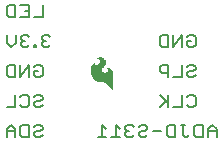
<source format=gbr>
G04 EAGLE Gerber RS-274X export*
G75*
%MOMM*%
%FSLAX34Y34*%
%LPD*%
%INSilkscreen Bottom*%
%IPPOS*%
%AMOC8*
5,1,8,0,0,1.08239X$1,22.5*%
G01*
%ADD10C,0.203200*%

G36*
X118154Y46908D02*
X118154Y46908D01*
X118196Y46923D01*
X118198Y46928D01*
X118202Y46930D01*
X118231Y47003D01*
X118235Y47014D01*
X118235Y47015D01*
X118235Y62179D01*
X118233Y62184D01*
X118235Y62190D01*
X118165Y63021D01*
X118159Y63032D01*
X118160Y63047D01*
X117920Y63846D01*
X117912Y63856D01*
X117910Y63870D01*
X117509Y64602D01*
X117499Y64610D01*
X117494Y64623D01*
X117024Y65173D01*
X117013Y65178D01*
X117006Y65190D01*
X116436Y65635D01*
X116424Y65638D01*
X116414Y65648D01*
X115766Y65969D01*
X115754Y65970D01*
X115742Y65978D01*
X115043Y66162D01*
X115032Y66161D01*
X115021Y66166D01*
X114081Y66239D01*
X114072Y66236D01*
X114061Y66239D01*
X113121Y66166D01*
X113117Y66164D01*
X113111Y66165D01*
X112628Y66089D01*
X112589Y66064D01*
X112549Y66043D01*
X112548Y66039D01*
X112545Y66037D01*
X112535Y65992D01*
X112523Y65948D01*
X112525Y65944D01*
X112524Y65940D01*
X112549Y65902D01*
X112573Y65863D01*
X112577Y65862D01*
X112579Y65859D01*
X112620Y65850D01*
X112660Y65838D01*
X112818Y65854D01*
X112956Y65826D01*
X113089Y65755D01*
X113913Y65156D01*
X114031Y65042D01*
X114103Y64904D01*
X114196Y64489D01*
X114196Y64061D01*
X114103Y63645D01*
X113897Y63241D01*
X113584Y62913D01*
X112978Y62548D01*
X112300Y62341D01*
X111589Y62306D01*
X110979Y62403D01*
X110393Y62601D01*
X109850Y62894D01*
X109425Y63259D01*
X109110Y63719D01*
X108924Y64244D01*
X108881Y64800D01*
X108983Y65348D01*
X109223Y65851D01*
X109593Y66286D01*
X109791Y66496D01*
X110386Y67127D01*
X110981Y67758D01*
X111046Y67827D01*
X111049Y67837D01*
X111058Y67843D01*
X112245Y69601D01*
X112247Y69614D01*
X112257Y69624D01*
X112537Y70312D01*
X112536Y70327D01*
X112545Y70342D01*
X112644Y71077D01*
X112640Y71092D01*
X112645Y71109D01*
X112558Y71846D01*
X112550Y71859D01*
X112550Y71877D01*
X112283Y72569D01*
X112272Y72580D01*
X112268Y72597D01*
X111837Y73200D01*
X111827Y73207D01*
X111821Y73219D01*
X111125Y73877D01*
X111117Y73880D01*
X111112Y73888D01*
X110335Y74448D01*
X110325Y74451D01*
X110317Y74459D01*
X109537Y74847D01*
X109525Y74848D01*
X109514Y74856D01*
X108674Y75087D01*
X108662Y75086D01*
X108650Y75092D01*
X107782Y75158D01*
X107772Y75154D01*
X107760Y75158D01*
X106860Y75072D01*
X106851Y75068D01*
X106841Y75069D01*
X105963Y74849D01*
X105955Y74843D01*
X105943Y74842D01*
X105715Y74741D01*
X105359Y74589D01*
X105358Y74589D01*
X104854Y74368D01*
X104844Y74357D01*
X104827Y74352D01*
X104392Y74014D01*
X104389Y74007D01*
X104381Y74003D01*
X104356Y73978D01*
X104353Y73977D01*
X104318Y73885D01*
X104359Y73796D01*
X104444Y73763D01*
X105047Y73763D01*
X105558Y73706D01*
X106048Y73567D01*
X106529Y73312D01*
X106924Y72942D01*
X107210Y72482D01*
X107367Y71963D01*
X107379Y71660D01*
X107320Y71360D01*
X107114Y70866D01*
X106831Y70408D01*
X106480Y69998D01*
X106068Y69644D01*
X105166Y68993D01*
X104678Y68744D01*
X104149Y68646D01*
X103610Y68704D01*
X103436Y68769D01*
X103075Y69017D01*
X102801Y69357D01*
X102757Y69460D01*
X102741Y69580D01*
X102741Y70460D01*
X102724Y70501D01*
X102710Y70543D01*
X102705Y70546D01*
X102703Y70551D01*
X102662Y70567D01*
X102622Y70586D01*
X102616Y70584D01*
X102611Y70586D01*
X102584Y70574D01*
X102535Y70558D01*
X101409Y69637D01*
X101403Y69625D01*
X101391Y69618D01*
X100484Y68481D01*
X100481Y68470D01*
X100472Y68462D01*
X99970Y67528D01*
X99969Y67518D01*
X99963Y67510D01*
X99605Y66513D01*
X99605Y66503D01*
X99600Y66494D01*
X99393Y65455D01*
X99395Y65445D01*
X99394Y65443D01*
X99395Y65443D01*
X99391Y65434D01*
X99331Y63506D01*
X99335Y63495D01*
X99332Y63483D01*
X99620Y61576D01*
X99626Y61566D01*
X99626Y61554D01*
X100254Y59730D01*
X100261Y59721D01*
X100263Y59709D01*
X101210Y58028D01*
X101218Y58022D01*
X101221Y58011D01*
X102106Y56904D01*
X102113Y56901D01*
X102115Y56895D01*
X102116Y56895D01*
X102118Y56891D01*
X103149Y55919D01*
X103157Y55916D01*
X103163Y55908D01*
X104320Y55091D01*
X104330Y55089D01*
X104338Y55081D01*
X105568Y54481D01*
X105579Y54480D01*
X105589Y54472D01*
X106908Y54104D01*
X106919Y54106D01*
X106930Y54100D01*
X108294Y53976D01*
X108299Y53978D01*
X108305Y53976D01*
X110580Y53976D01*
X110948Y53911D01*
X111299Y53784D01*
X112289Y53195D01*
X113143Y52413D01*
X118015Y46931D01*
X118019Y46929D01*
X118021Y46924D01*
X118063Y46908D01*
X118104Y46889D01*
X118108Y46891D01*
X118113Y46889D01*
X118154Y46908D01*
G37*
D10*
X58674Y119643D02*
X58674Y108966D01*
X51556Y108966D01*
X46980Y119643D02*
X39862Y119643D01*
X46980Y119643D02*
X46980Y108966D01*
X39862Y108966D01*
X43421Y114305D02*
X46980Y114305D01*
X35286Y119643D02*
X35286Y108966D01*
X29948Y108966D01*
X28168Y110746D01*
X28168Y117864D01*
X29948Y119643D01*
X35286Y119643D01*
X63245Y94243D02*
X65024Y92464D01*
X63245Y94243D02*
X59685Y94243D01*
X57906Y92464D01*
X57906Y90684D01*
X59685Y88905D01*
X61465Y88905D01*
X59685Y88905D02*
X57906Y87125D01*
X57906Y85346D01*
X59685Y83566D01*
X63245Y83566D01*
X65024Y85346D01*
X53330Y85346D02*
X53330Y83566D01*
X53330Y85346D02*
X51551Y85346D01*
X51551Y83566D01*
X53330Y83566D01*
X47483Y92464D02*
X45704Y94243D01*
X42145Y94243D01*
X40365Y92464D01*
X40365Y90684D01*
X42145Y88905D01*
X43924Y88905D01*
X42145Y88905D02*
X40365Y87125D01*
X40365Y85346D01*
X42145Y83566D01*
X45704Y83566D01*
X47483Y85346D01*
X35789Y87125D02*
X35789Y94243D01*
X35789Y87125D02*
X32230Y83566D01*
X28671Y87125D01*
X28671Y94243D01*
X53335Y68843D02*
X51556Y67064D01*
X53335Y68843D02*
X56895Y68843D01*
X58674Y67064D01*
X58674Y59946D01*
X56895Y58166D01*
X53335Y58166D01*
X51556Y59946D01*
X51556Y63505D01*
X55115Y63505D01*
X46980Y68843D02*
X46980Y58166D01*
X39862Y58166D02*
X46980Y68843D01*
X39862Y68843D02*
X39862Y58166D01*
X35286Y58166D02*
X35286Y68843D01*
X35286Y58166D02*
X29948Y58166D01*
X28168Y59946D01*
X28168Y67064D01*
X29948Y68843D01*
X35286Y68843D01*
X53335Y18043D02*
X51556Y16264D01*
X53335Y18043D02*
X56895Y18043D01*
X58674Y16264D01*
X58674Y14484D01*
X56895Y12705D01*
X53335Y12705D01*
X51556Y10925D01*
X51556Y9146D01*
X53335Y7366D01*
X56895Y7366D01*
X58674Y9146D01*
X46980Y7366D02*
X46980Y18043D01*
X46980Y7366D02*
X41641Y7366D01*
X39862Y9146D01*
X39862Y16264D01*
X41641Y18043D01*
X46980Y18043D01*
X35286Y14484D02*
X35286Y7366D01*
X35286Y14484D02*
X31727Y18043D01*
X28168Y14484D01*
X28168Y7366D01*
X28168Y12705D02*
X35286Y12705D01*
X51556Y41664D02*
X53335Y43443D01*
X56895Y43443D01*
X58674Y41664D01*
X58674Y39884D01*
X56895Y38105D01*
X53335Y38105D01*
X51556Y36325D01*
X51556Y34546D01*
X53335Y32766D01*
X56895Y32766D01*
X58674Y34546D01*
X41641Y43443D02*
X39862Y41664D01*
X41641Y43443D02*
X45201Y43443D01*
X46980Y41664D01*
X46980Y34546D01*
X45201Y32766D01*
X41641Y32766D01*
X39862Y34546D01*
X35286Y32766D02*
X35286Y43443D01*
X35286Y32766D02*
X28168Y32766D01*
X181096Y92464D02*
X182875Y94243D01*
X186435Y94243D01*
X188214Y92464D01*
X188214Y85346D01*
X186435Y83566D01*
X182875Y83566D01*
X181096Y85346D01*
X181096Y88905D01*
X184655Y88905D01*
X176520Y94243D02*
X176520Y83566D01*
X169402Y83566D02*
X176520Y94243D01*
X169402Y94243D02*
X169402Y83566D01*
X164826Y83566D02*
X164826Y94243D01*
X164826Y83566D02*
X159488Y83566D01*
X157708Y85346D01*
X157708Y92464D01*
X159488Y94243D01*
X164826Y94243D01*
X182875Y68843D02*
X181096Y67064D01*
X182875Y68843D02*
X186435Y68843D01*
X188214Y67064D01*
X188214Y65284D01*
X186435Y63505D01*
X182875Y63505D01*
X181096Y61725D01*
X181096Y59946D01*
X182875Y58166D01*
X186435Y58166D01*
X188214Y59946D01*
X176520Y58166D02*
X176520Y68843D01*
X176520Y58166D02*
X169402Y58166D01*
X164826Y58166D02*
X164826Y68843D01*
X159488Y68843D01*
X157708Y67064D01*
X157708Y63505D01*
X159488Y61725D01*
X164826Y61725D01*
X182875Y43443D02*
X181096Y41664D01*
X182875Y43443D02*
X186435Y43443D01*
X188214Y41664D01*
X188214Y34546D01*
X186435Y32766D01*
X182875Y32766D01*
X181096Y34546D01*
X176520Y32766D02*
X176520Y43443D01*
X176520Y32766D02*
X169402Y32766D01*
X164826Y32766D02*
X164826Y43443D01*
X164826Y36325D02*
X157708Y43443D01*
X163047Y38105D02*
X157708Y32766D01*
X205994Y14484D02*
X205994Y7366D01*
X205994Y14484D02*
X202435Y18043D01*
X198876Y14484D01*
X198876Y7366D01*
X198876Y12705D02*
X205994Y12705D01*
X194300Y18043D02*
X194300Y7366D01*
X188961Y7366D01*
X187182Y9146D01*
X187182Y16264D01*
X188961Y18043D01*
X194300Y18043D01*
X182606Y9146D02*
X180827Y7366D01*
X179047Y7366D01*
X177268Y9146D01*
X177268Y18043D01*
X179047Y18043D02*
X175488Y18043D01*
X170912Y18043D02*
X170912Y7366D01*
X165574Y7366D01*
X163794Y9146D01*
X163794Y16264D01*
X165574Y18043D01*
X170912Y18043D01*
X159218Y12705D02*
X152100Y12705D01*
X142186Y18043D02*
X140406Y16264D01*
X142186Y18043D02*
X145745Y18043D01*
X147524Y16264D01*
X147524Y14484D01*
X145745Y12705D01*
X142186Y12705D01*
X140406Y10925D01*
X140406Y9146D01*
X142186Y7366D01*
X145745Y7366D01*
X147524Y9146D01*
X135830Y16264D02*
X134051Y18043D01*
X130492Y18043D01*
X128712Y16264D01*
X128712Y14484D01*
X130492Y12705D01*
X132271Y12705D01*
X130492Y12705D02*
X128712Y10925D01*
X128712Y9146D01*
X130492Y7366D01*
X134051Y7366D01*
X135830Y9146D01*
X124136Y14484D02*
X120577Y18043D01*
X120577Y7366D01*
X124136Y7366D02*
X117018Y7366D01*
X112442Y14484D02*
X108883Y18043D01*
X108883Y7366D01*
X112442Y7366D02*
X105324Y7366D01*
M02*

</source>
